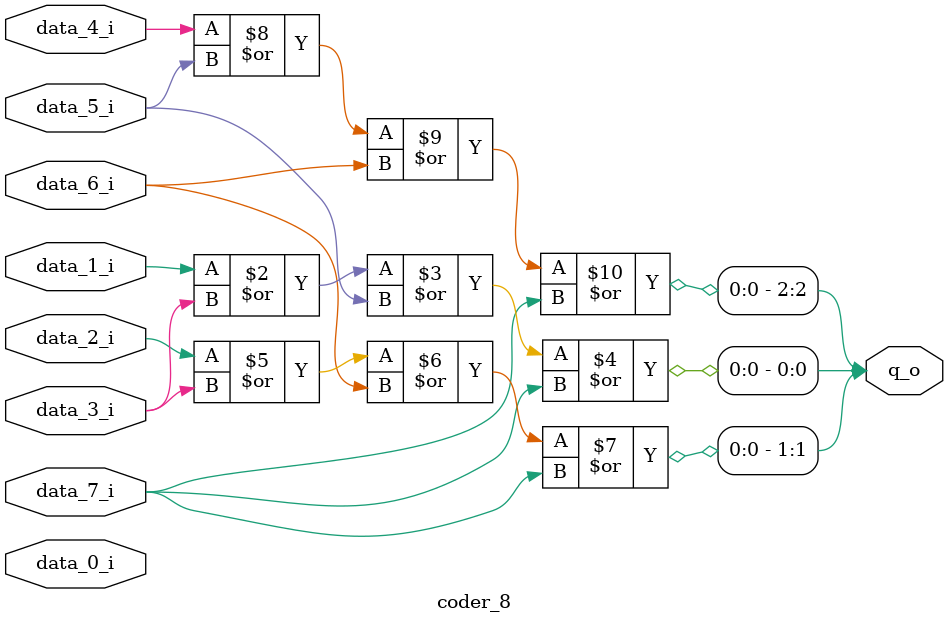
<source format=sv>

`timescale 1ns / 1ps

module coder_8
(
    input  logic         data_0_i,
    input  logic         data_1_i,
    input  logic         data_2_i,
    input  logic         data_3_i,
    input  logic         data_4_i,
    input  logic         data_5_i,
    input  logic         data_6_i,
    input  logic         data_7_i,
    
    output logic [2 : 0] q_o
);
    always_comb begin
        q_o[0] = data_1_i | data_3_i | data_5_i | data_7_i;
        q_o[1] = data_2_i | data_3_i | data_6_i | data_7_i;
        q_o[2] = data_4_i | data_5_i | data_6_i | data_7_i;
    end

endmodule

</source>
